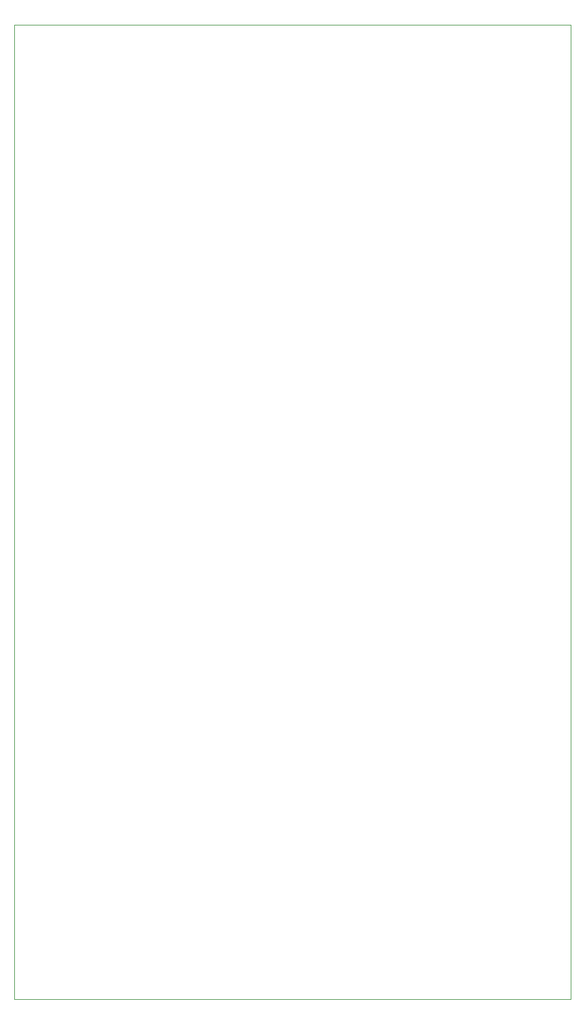
<source format=gbr>
%TF.GenerationSoftware,KiCad,Pcbnew,(5.1.6)-1*%
%TF.CreationDate,2021-03-02T19:52:57+09:00*%
%TF.ProjectId,Keypad4x4,4b657970-6164-4347-9834-2e6b69636164,rev?*%
%TF.SameCoordinates,Original*%
%TF.FileFunction,Profile,NP*%
%FSLAX46Y46*%
G04 Gerber Fmt 4.6, Leading zero omitted, Abs format (unit mm)*
G04 Created by KiCad (PCBNEW (5.1.6)-1) date 2021-03-02 19:52:57*
%MOMM*%
%LPD*%
G01*
G04 APERTURE LIST*
%TA.AperFunction,Profile*%
%ADD10C,0.050000*%
%TD*%
G04 APERTURE END LIST*
D10*
X85500000Y28500000D02*
X85500000Y-104500000D01*
X9500000Y28500000D02*
X85500000Y28500000D01*
X9500000Y-104500000D02*
X9500000Y28500000D01*
X85500000Y-104500000D02*
X9500000Y-104500000D01*
M02*

</source>
